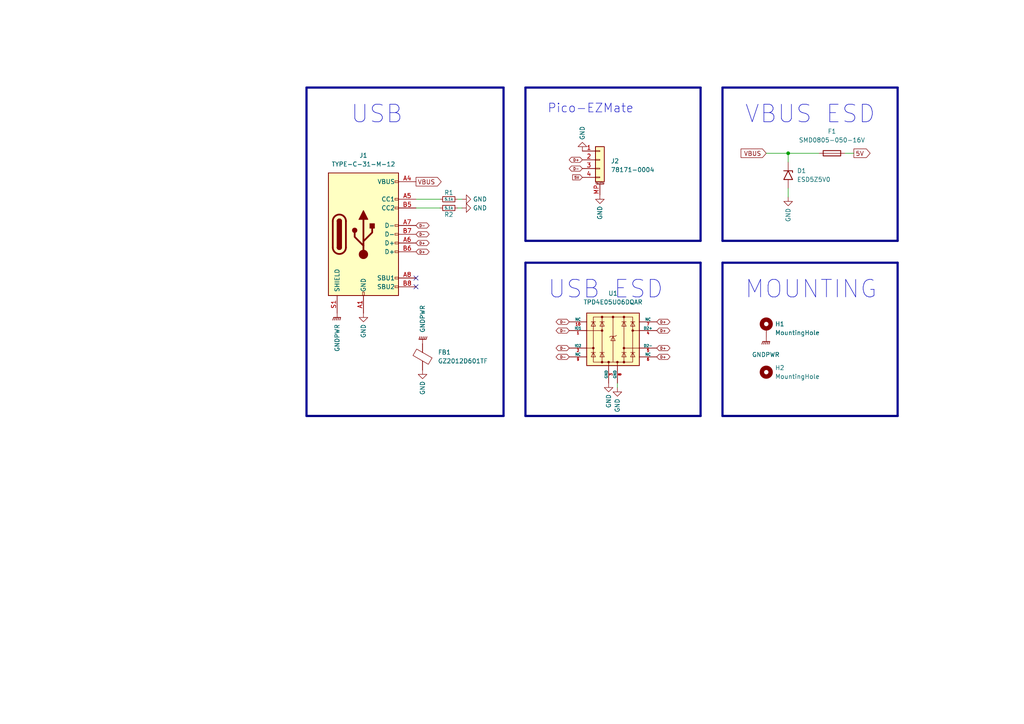
<source format=kicad_sch>
(kicad_sch (version 20230121) (generator eeschema)
  (paper "A4")
  (title_block (title "Unified Daughterboard UDB-S1") (date "2022-09-16") (rev "V1.0.0"))
  (lib_symbols
    (symbol "Connector:USB_C_Receptacle_USB2.0" (pin_names (offset 1.016))
      (property "Reference" "J" (at -10.16 19.05 0))
      (property "Value" "USB_C_Receptacle_USB2.0" (at 19.05 19.05 0))
      (symbol "USB_C_Receptacle_USB2.0_0_0"
        (rectangle (start -0.254 -17.78) (end 0.254 -16.764))
        (rectangle (start 10.16 -14.986) (end 9.144 -15.494))
        (rectangle (start 10.16 -12.446) (end 9.144 -12.954))
        (rectangle (start 10.16 -4.826) (end 9.144 -5.334))
        (rectangle (start 10.16 -2.286) (end 9.144 -2.794))
        (rectangle (start 10.16 0.254) (end 9.144 -0.254))
        (rectangle (start 10.16 2.794) (end 9.144 2.286))
        (rectangle (start 10.16 7.874) (end 9.144 7.366))
        (rectangle (start 10.16 10.414) (end 9.144 9.906))
        (rectangle (start 10.16 15.494) (end 9.144 14.986))
      )
      (symbol "USB_C_Receptacle_USB2.0_0_1"
        (rectangle (start -10.16 17.78) (end 10.16 -17.78) (stroke (width 0.254)) (fill (type background)))
        (arc (start -8.89 -3.81) (mid -6.985 -5.7067) (end -5.08 -3.81) (stroke (width 0.508)))
        (arc (start -7.62 -3.81) (mid -6.985 -4.4423) (end -6.35 -3.81) (stroke (width 0.254)))
        (arc (start -7.62 -3.81) (mid -6.985 -4.4423) (end -6.35 -3.81) (stroke (width 0.254)) (fill (type outline)))
        (rectangle (start -7.62 -3.81) (end -6.35 3.81) (stroke (width 0.254)) (fill (type outline)))
        (arc (start -6.35 3.81) (mid -6.985 4.4423) (end -7.62 3.81) (stroke (width 0.254)))
        (arc (start -6.35 3.81) (mid -6.985 4.4423) (end -7.62 3.81) (stroke (width 0.254)) (fill (type outline)))
        (arc (start -5.08 3.81) (mid -6.985 5.7067) (end -8.89 3.81) (stroke (width 0.508)))
        (circle (center -2.54 1.143) (radius 0.635) (stroke (width 0.254)) (fill (type outline)))
        (circle (center 0 -5.842) (radius 1.27) (fill (type outline)))
        (polyline (pts (xy -8.89 -3.81) (xy -8.89 3.81)) (stroke (width 0.508)))
        (polyline (pts (xy -5.08 3.81) (xy -5.08 -3.81)) (stroke (width 0.508)))
        (polyline (pts (xy 0 -5.842) (xy 0 4.318)) (stroke (width 0.508)))
        (polyline (pts (xy 0 -3.302) (xy -2.54 -0.762) (xy -2.54 0.508)) (stroke (width 0.508)))
        (polyline (pts (xy 0 -2.032) (xy 2.54 0.508) (xy 2.54 1.778)) (stroke (width 0.508)))
        (polyline (pts (xy -1.27 4.318) (xy 0 6.858) (xy 1.27 4.318) (xy -1.27 4.318)) (stroke (width 0.254)) (fill (type outline)))
        (rectangle (start 1.905 1.778) (end 3.175 3.048) (stroke (width 0.254)) (fill (type outline)))
      )
      (symbol "USB_C_Receptacle_USB2.0_1_1"
        (pin passive line (at 0 -22.86 90) (length 5.08) (name "GND") (number "A1"))
        (pin passive line (at 0 -22.86 90) (length 5.08) hide (name "GND") (number "A12"))
        (pin passive line (at 15.24 15.24 180) (length 5.08) (name "VBUS") (number "A4"))
        (pin bidirectional line (at 15.24 10.16 180) (length 5.08) (name "CC1") (number "A5"))
        (pin bidirectional line (at 15.24 -2.54 180) (length 5.08) (name "D+") (number "A6"))
        (pin bidirectional line (at 15.24 2.54 180) (length 5.08) (name "D-") (number "A7"))
        (pin bidirectional line (at 15.24 -12.7 180) (length 5.08) (name "SBU1") (number "A8"))
        (pin passive line (at 15.24 15.24 180) (length 5.08) hide (name "VBUS") (number "A9"))
        (pin passive line (at 0 -22.86 90) (length 5.08) hide (name "GND") (number "B1"))
        (pin passive line (at 0 -22.86 90) (length 5.08) hide (name "GND") (number "B12"))
        (pin passive line (at 15.24 15.24 180) (length 5.08) hide (name "VBUS") (number "B4"))
        (pin bidirectional line (at 15.24 7.62 180) (length 5.08) (name "CC2") (number "B5"))
        (pin bidirectional line (at 15.24 -5.08 180) (length 5.08) (name "D+") (number "B6"))
        (pin bidirectional line (at 15.24 0 180) (length 5.08) (name "D-") (number "B7"))
        (pin bidirectional line (at 15.24 -15.24 180) (length 5.08) (name "SBU2") (number "B8"))
        (pin passive line (at 15.24 15.24 180) (length 5.08) hide (name "VBUS") (number "B9"))
        (pin passive line (at -7.62 -22.86 90) (length 5.08) (name "SHIELD") (number "S1"))
      )
    )
    (symbol "Connector_Generic_MountingPin:Conn_01x04_MountingPin" (pin_names (offset 1.016) hide)
      (property "Reference" "J" (at 0 5.08 0))
      (property "Value" "Conn_01x04_MountingPin" (at 1.27 -7.62 0))
      (symbol "Conn_01x04_MountingPin_1_1"
        (rectangle (start -1.27 -4.953) (end 0 -5.207) (stroke (width 0.1524)))
        (rectangle (start -1.27 -2.413) (end 0 -2.667) (stroke (width 0.1524)))
        (rectangle (start -1.27 0.127) (end 0 -0.127) (stroke (width 0.1524)))
        (rectangle (start -1.27 2.667) (end 0 2.413) (stroke (width 0.1524)))
        (rectangle (start -1.27 3.81) (end 1.27 -6.35) (stroke (width 0.254)) (fill (type background)))
        (polyline (pts (xy -1.016 -7.112) (xy 1.016 -7.112)) (stroke (width 0.1524)))
        (text "Mounting" (at 0 -6.731 0) (effects (font (size 0.381 0.381))))
        (pin passive line (at -5.08 2.54 0) (length 3.81) (name "Pin_1") (number "1"))
        (pin passive line (at -5.08 0 0) (length 3.81) (name "Pin_2") (number "2"))
        (pin passive line (at -5.08 -2.54 0) (length 3.81) (name "Pin_3") (number "3"))
        (pin passive line (at -5.08 -5.08 0) (length 3.81) (name "Pin_4") (number "4"))
        (pin passive line (at 0 -10.16 90) (length 3.048) (name "MountPin") (number "MP"))
      )
    )
    (symbol "Device:FerriteBead" (pin_numbers hide) (pin_names (offset 0))
      (property "Reference" "FB" (at -3.81 0.635 90))
      (property "Value" "FerriteBead" (at 3.81 0 90))
      (symbol "FerriteBead_0_1"
        (polyline (pts (xy 0 -1.27) (xy 0 -1.2192)))
        (polyline (pts (xy 0 1.27) (xy 0 1.2954)))
        (polyline (pts (xy -2.7686 0.4064) (xy -1.7018 2.2606) (xy 2.7686 -0.3048) (xy 1.6764 -2.159) (xy -2.7686 0.4064)))
      )
      (symbol "FerriteBead_1_1"
        (pin passive line (at 0 3.81 270) (length 2.54) (name "~") (number "1"))
        (pin passive line (at 0 -3.81 90) (length 2.54) (name "~") (number "2"))
      )
    )
    (symbol "Device:Fuse" (pin_numbers hide) (pin_names (offset 0))
      (property "Reference" "F" (at 2.032 0 90))
      (property "Value" "Fuse" (at -1.905 0 90))
      (symbol "Fuse_0_1"
        (rectangle (start -0.762 -2.54) (end 0.762 2.54) (stroke (width 0.254)))
        (polyline (pts (xy 0 2.54) (xy 0 -2.54)))
      )
      (symbol "Fuse_1_1"
        (pin passive line (at 0 3.81 270) (length 1.27) (name "~") (number "1"))
        (pin passive line (at 0 -3.81 90) (length 1.27) (name "~") (number "2"))
      )
    )
    (symbol "Device:R_Small" (pin_numbers hide) (pin_names (offset 0.254) hide)
      (property "Reference" "R" (at 0.762 0.508 0))
      (property "Value" "R_Small" (at 0.762 -1.016 0))
      (symbol "R_Small_0_1"
        (rectangle (start -0.762 1.778) (end 0.762 -1.778) (stroke (width 0.2032)))
      )
      (symbol "R_Small_1_1"
        (pin passive line (at 0 2.54 270) (length 0.762) (name "~") (number "1"))
        (pin passive line (at 0 -2.54 90) (length 0.762) (name "~") (number "2"))
      )
    )
    (symbol "Diode:SMF6V0A" (pin_numbers hide) (pin_names (offset 1.016) hide)
      (property "Reference" "D" (at 0 2.54 0))
      (property "Value" "SMF6V0A" (at 0 -2.54 0))
      (symbol "SMF6V0A_0_1"
        (polyline (pts (xy -0.762 1.27) (xy -1.27 1.27) (xy -1.27 -1.27)) (stroke (width 0.254)))
        (polyline (pts (xy 1.27 1.27) (xy 1.27 -1.27) (xy -1.27 0) (xy 1.27 1.27)) (stroke (width 0.254)))
      )
      (symbol "SMF6V0A_1_1"
        (pin passive line (at -3.81 0 0) (length 2.54) (name "A1") (number "1"))
        (pin passive line (at 3.81 0 180) (length 2.54) (name "A2") (number "2"))
      )
    )
    (symbol "Mechanical:MountingHole" (pin_names (offset 1.016))
      (property "Reference" "H" (at 0 5.08 0))
      (property "Value" "MountingHole" (at 0 3.175 0))
      (symbol "MountingHole_0_1"
        (circle (center 0 0) (radius 1.27) (stroke (width 1.27)))
      )
    )
    (symbol "Mechanical:MountingHole_Pad" (pin_numbers hide) (pin_names (offset 1.016) hide)
      (property "Reference" "H" (at 0 6.35 0))
      (property "Value" "MountingHole_Pad" (at 0 4.445 0))
      (symbol "MountingHole_Pad_0_1"
        (circle (center 0 1.27) (radius 1.27) (stroke (width 1.27)))
      )
      (symbol "MountingHole_Pad_1_1"
        (pin input line (at 0 -2.54 90) (length 2.54) (name "1") (number "1"))
      )
    )
    (symbol "acheron_Symbols:TPD4E05U06DQAR" (pin_names (offset 0))
      (property "Reference" "U" (at 0 12.7 0))
      (property "Value" "TPD4E05U06DQAR" (at 0 10.16 0))
      (symbol "TPD4E05U06DQAR_0_0"
        (rectangle (start -5.715 6.477) (end 5.715 -6.604))
        (polyline (pts (xy -3.175 -6.604) (xy -3.175 6.477)))
        (polyline (pts (xy 0 6.477) (xy 0 -6.604)))
        (polyline (pts (xy 3.175 6.477) (xy 3.175 -6.604)))
      )
      (symbol "TPD4E05U06DQAR_0_1"
        (rectangle (start -7.62 7.62) (end 7.62 -7.62) (stroke (width 0.254)) (fill (type background)))
        (circle (center -5.715 -2.54) (radius 0.2794) (fill (type outline)))
        (circle (center -3.175 -6.604) (radius 0.2794) (fill (type outline)))
        (circle (center -3.175 2.54) (radius 0.2794) (fill (type outline)))
        (circle (center -3.175 6.477) (radius 0.2794) (fill (type outline)))
        (circle (center -1.27 -6.604) (radius 0.2794) (fill (type outline)))
        (polyline (pts (xy -7.747 2.54) (xy -3.175 2.54)))
        (polyline (pts (xy -7.62 -2.54) (xy -5.715 -2.54)))
        (polyline (pts (xy -5.08 -3.81) (xy -6.35 -3.81)))
        (polyline (pts (xy -5.08 5.08) (xy -6.35 5.08)))
        (polyline (pts (xy -2.54 -3.81) (xy -3.81 -3.81)))
        (polyline (pts (xy -2.54 5.08) (xy -3.81 5.08)))
        (polyline (pts (xy -1.27 -6.604) (xy -1.27 -7.62)))
        (polyline (pts (xy -0.635 0.889) (xy -1.016 0.635)))
        (polyline (pts (xy 0.635 0.889) (xy -0.635 0.889)))
        (polyline (pts (xy 0.635 0.889) (xy 1.016 1.143)))
        (polyline (pts (xy 3.81 -3.81) (xy 2.54 -3.81)))
        (polyline (pts (xy 3.81 5.08) (xy 2.54 5.08)))
        (polyline (pts (xy 6.35 -3.81) (xy 5.08 -3.81)))
        (polyline (pts (xy 6.35 5.08) (xy 5.08 5.08)))
        (polyline (pts (xy 7.62 -2.54) (xy 3.175 -2.54)))
        (polyline (pts (xy 7.62 2.54) (xy 5.715 2.54)))
        (polyline (pts (xy -5.08 -5.08) (xy -6.35 -5.08) (xy -5.715 -3.81) (xy -5.08 -5.08)))
        (polyline (pts (xy -5.08 3.81) (xy -6.35 3.81) (xy -5.715 5.08) (xy -5.08 3.81)))
        (polyline (pts (xy -2.54 -5.08) (xy -3.81 -5.08) (xy -3.175 -3.81) (xy -2.54 -5.08)))
        (polyline (pts (xy -2.54 3.81) (xy -3.81 3.81) (xy -3.175 5.08) (xy -2.54 3.81)))
        (polyline (pts (xy 0.635 -0.381) (xy -0.635 -0.381) (xy 0 0.889) (xy 0.635 -0.381)))
        (polyline (pts (xy 3.81 -5.08) (xy 2.54 -5.08) (xy 3.175 -3.81) (xy 3.81 -5.08)))
        (polyline (pts (xy 3.81 3.81) (xy 2.54 3.81) (xy 3.175 5.08) (xy 3.81 3.81)))
        (polyline (pts (xy 6.35 -5.08) (xy 5.08 -5.08) (xy 5.715 -3.81) (xy 6.35 -5.08)))
        (polyline (pts (xy 6.35 3.81) (xy 5.08 3.81) (xy 5.715 5.08) (xy 6.35 3.81)))
        (circle (center 0 6.477) (radius 0.2794) (fill (type outline)))
        (circle (center 3.175 -6.604) (radius 0.2794) (fill (type outline)))
        (circle (center 3.175 -2.54) (radius 0.2794) (fill (type outline)))
        (circle (center 3.175 6.477) (radius 0.2794) (fill (type outline)))
        (circle (center 5.715 2.54) (radius 0.2794) (fill (type outline)))
      )
      (symbol "TPD4E05U06DQAR_1_1"
        (polyline (pts (xy 1.27 -6.604) (xy 1.27 -7.62)))
        (circle (center 1.27 -6.604) (radius 0.2794) (fill (type outline)))
        (pin bidirectional line (at -12.7 2.54 0) (length 5.08) (name "IO1") (number "1"))
        (pin bidirectional line (at -12.7 5.08 0) (length 5.08) (name "NC") (number "10"))
        (pin bidirectional line (at -12.7 -2.54 0) (length 5.08) (name "IO2") (number "2"))
        (pin power_in line (at -1.27 -12.7 90) (length 5.08) (name "GND") (number "3"))
        (pin bidirectional line (at 12.7 2.54 180) (length 5.08) (name "D2+") (number "4"))
        (pin bidirectional line (at 12.7 -2.54 180) (length 5.08) (name "D2-") (number "5"))
        (pin bidirectional line (at 12.7 -5.08 180) (length 5.08) (name "NC") (number "6"))
        (pin bidirectional line (at 12.7 5.08 180) (length 5.08) (name "NC") (number "7"))
        (pin power_in line (at 1.27 -12.7 90) (length 5.08) (name "GND") (number "8"))
        (pin bidirectional line (at -12.7 -5.08 0) (length 5.08) (name "NC") (number "9"))
      )
    )
    (symbol "power:GND" (power) (pin_names (offset 0))
      (property "Value" "GND" (at 0 -3.81 0))
      (symbol "GND_0_1"
        (polyline (pts (xy 0 0) (xy 0 -1.27) (xy 1.27 -1.27) (xy 0 -2.54) (xy -1.27 -1.27) (xy 0 -1.27)))
      )
      (symbol "GND_1_1"
        (pin power_in line (at 0 0 270) (length 0) hide (name "GND") (number "1"))
      )
    )
    (symbol "power:GNDPWR" (power) (pin_names (offset 0))
      (property "Value" "GNDPWR" (at 0 -3.302 0))
      (symbol "GNDPWR_0_1"
        (polyline (pts (xy 0 -1.27) (xy 0 0)))
        (polyline (pts (xy -1.016 -1.27) (xy -1.27 -2.032) (xy -1.27 -2.032)) (stroke (width 0.2032)))
        (polyline (pts (xy -0.508 -1.27) (xy -0.762 -2.032) (xy -0.762 -2.032)) (stroke (width 0.2032)))
        (polyline (pts (xy 0 -1.27) (xy -0.254 -2.032) (xy -0.254 -2.032)) (stroke (width 0.2032)))
        (polyline (pts (xy 0.508 -1.27) (xy 0.254 -2.032) (xy 0.254 -2.032)) (stroke (width 0.2032)))
        (polyline (pts (xy 1.016 -1.27) (xy -1.016 -1.27) (xy -1.016 -1.27)) (stroke (width 0.2032)))
        (polyline (pts (xy 1.016 -1.27) (xy 0.762 -2.032) (xy 0.762 -2.032) (xy 0.762 -2.032)) (stroke (width 0.2032)))
      )
      (symbol "GNDPWR_1_1"
        (pin power_in line (at 0 0 270) (length 0) hide (name "GNDPWR") (number "1"))
      )
    )
  )
  (junction (at 228.6 44.45))
  (no_connect (at 120.65 83.185))
  (no_connect (at 120.65 80.645))
  (wire (pts (xy 179.07 111.125) (xy 179.07 112.395)))
  (bus (pts (xy 146.05 25.4) (xy 146.05 120.65)) (stroke (width 0.635)))
  (bus (pts (xy 260.35 69.85) (xy 209.55 69.85)) (stroke (width 0.635)))
  (bus (pts (xy 88.9 120.65) (xy 146.05 120.65)) (stroke (width 0.635)))
  (wire (pts (xy 228.6 57.15) (xy 228.6 54.61)))
  (bus (pts (xy 209.55 76.2) (xy 209.55 120.65)) (stroke (width 0.635)))
  (bus (pts (xy 203.2 25.4) (xy 203.2 69.85)) (stroke (width 0.635)))
  (bus (pts (xy 209.55 25.4) (xy 209.55 69.85)) (stroke (width 0.635)))
  (bus (pts (xy 209.55 25.4) (xy 260.35 25.4)) (stroke (width 0.635)))
  (wire (pts (xy 120.65 57.785) (xy 127.635 57.785)))
  (wire (pts (xy 120.65 60.325) (xy 127.635 60.325)))
  (wire (pts (xy 228.6 44.45) (xy 237.49 44.45)))
  (bus (pts (xy 152.4 76.2) (xy 152.4 120.65)) (stroke (width 0.635)))
  (wire (pts (xy 228.6 46.99) (xy 228.6 44.45)))
  (bus (pts (xy 152.4 25.4) (xy 203.2 25.4)) (stroke (width 0.635)))
  (wire (pts (xy 222.25 44.45) (xy 228.6 44.45)))
  (bus (pts (xy 209.55 76.2) (xy 260.35 76.2)) (stroke (width 0.635)))
  (bus (pts (xy 88.9 25.4) (xy 146.05 25.4)) (stroke (width 0.635)))
  (bus (pts (xy 203.2 120.65) (xy 152.4 120.65)) (stroke (width 0.635)))
  (bus (pts (xy 260.35 120.65) (xy 209.55 120.65)) (stroke (width 0.635)))
  (wire (pts (xy 245.11 44.45) (xy 247.65 44.45)))
  (bus (pts (xy 260.35 25.4) (xy 260.35 69.85)) (stroke (width 0.635)))
  (wire (pts (xy 132.715 60.325) (xy 133.985 60.325)))
  (bus (pts (xy 88.9 25.4) (xy 88.9 120.65)) (stroke (width 0.635)))
  (bus (pts (xy 203.2 69.85) (xy 152.4 69.85)) (stroke (width 0.635)))
  (wire (pts (xy 132.715 57.785) (xy 133.985 57.785)))
  (bus (pts (xy 152.4 25.4) (xy 152.4 69.85)) (stroke (width 0.635)))
  (bus (pts (xy 260.35 76.2) (xy 260.35 120.65)) (stroke (width 0.635)))
  (bus (pts (xy 203.2 76.2) (xy 203.2 120.65)) (stroke (width 0.635)))
  (bus (pts (xy 152.4 76.2) (xy 203.2 76.2)) (stroke (width 0.635)))
  (text "USB ESD" (at 158.75 86.995 0) (effects (font (size 5.08 5.08)) (justify left bottom)))
  (text "VBUS ESD" (at 215.9 36.195 0) (effects (font (size 5.08 5.08)) (justify left bottom)))
  (text "USB" (at 101.6 36.195 0) (effects (font (size 5.08 5.08)) (justify left bottom)))
  (text "MOUNTING" (at 215.9 86.995 0) (effects (font (size 5.08 5.08)) (justify left bottom)))
  (text "Pico-EZMate" (at 158.75 33.02 0) (effects (font (size 2.54 2.54)) (justify left bottom)))
  (global_label "VBUS" (shape output) (at 120.65 52.705 0) (property "Intersheetrefs" "${INTERSHEET_REFS}" (effects hide)))
  (global_label "D+" (shape bidirectional) (at 190.5 95.885 0) (effects (font (size 0.762 0.762))) (property "Intersheetrefs" "${INTERSHEET_REFS}" (effects hide)))
  (global_label "D-" (shape bidirectional) (at 165.1 100.965 180) (effects (font (size 0.762 0.762))) (property "Intersheetrefs" "${INTERSHEET_REFS}" (effects hide)))
  (global_label "D-" (shape bidirectional) (at 165.1 95.885 180) (effects (font (size 0.762 0.762))) (property "Intersheetrefs" "${INTERSHEET_REFS}" (effects hide)))
  (global_label "VBUS" (shape input) (at 222.25 44.45 180) (property "Intersheetrefs" "${INTERSHEET_REFS}" (effects hide)))
  (global_label "D+" (shape bidirectional) (at 168.91 46.355 180) (effects (font (size 0.762 0.762))) (property "Intersheetrefs" "${INTERSHEET_REFS}" (effects hide)))
  (global_label "D-" (shape bidirectional) (at 120.65 67.945 0) (effects (font (size 0.762 0.762))) (property "Intersheetrefs" "${INTERSHEET_REFS}" (effects hide)))
  (global_label "D+" (shape bidirectional) (at 190.5 103.505 0) (effects (font (size 0.762 0.762))) (property "Intersheetrefs" "${INTERSHEET_REFS}" (effects hide)))
  (global_label "5V" (shape output) (at 247.65 44.45 0) (property "Intersheetrefs" "${INTERSHEET_REFS}" (effects hide)))
  (global_label "5V" (shape input) (at 168.91 51.435 180) (effects (font (size 0.762 0.762))) (property "Intersheetrefs" "${INTERSHEET_REFS}" (effects hide)))
  (global_label "D-" (shape bidirectional) (at 120.65 65.405 0) (effects (font (size 0.762 0.762))) (property "Intersheetrefs" "${INTERSHEET_REFS}" (effects hide)))
  (global_label "D+" (shape bidirectional) (at 120.65 70.485 0) (effects (font (size 0.762 0.762))) (property "Intersheetrefs" "${INTERSHEET_REFS}" (effects hide)))
  (global_label "D-" (shape bidirectional) (at 168.91 48.895 180) (effects (font (size 0.762 0.762))) (property "Intersheetrefs" "${INTERSHEET_REFS}" (effects hide)))
  (global_label "D+" (shape bidirectional) (at 120.65 73.025 0) (effects (font (size 0.762 0.762))) (property "Intersheetrefs" "${INTERSHEET_REFS}" (effects hide)))
  (global_label "D+" (shape bidirectional) (at 190.5 93.345 0) (effects (font (size 0.762 0.762))) (property "Intersheetrefs" "${INTERSHEET_REFS}" (effects hide)))
  (global_label "D-" (shape bidirectional) (at 165.1 103.505 180) (effects (font (size 0.762 0.762))) (property "Intersheetrefs" "${INTERSHEET_REFS}" (effects hide)))
  (global_label "D+" (shape bidirectional) (at 190.5 100.965 0) (effects (font (size 0.762 0.762))) (property "Intersheetrefs" "${INTERSHEET_REFS}" (effects hide)))
  (global_label "D-" (shape bidirectional) (at 165.1 93.345 180) (effects (font (size 0.762 0.762))) (property "Intersheetrefs" "${INTERSHEET_REFS}" (effects hide)))
  (symbol (lib_id "Device:Fuse") (at 241.3 44.45 90) (unit 1)
    (property "Reference" "F1" (at 241.3 38.1 90))
    (property "Value" "SMD0805-050-16V" (at 241.3 40.64 90))
    (property "Footprint" "Fuse:Fuse_1206_3216Metric" (effects hide))
    (property "Manufacturer" "TECHFUSE" (effects hide))
    (property "Manufacturer Part Number" "SMD0805-050-16V" (effects hide))
    (property "LCSC Part Number" "C2833485" (effects hide))
    (property "Package" "F0805" (effects hide))
  )
  (symbol (lib_id "power:GND") (at 133.985 57.785 90) (unit 1)
    (property "Reference" "#PWR02" (effects hide))
    (property "Value" "GND" (at 137.16 57.785 90) (effects (justify right)))
  )
  (symbol (lib_id "Mechanical:MountingHole") (at 222.25 107.95 0) (unit 1) (in_bom no)
    (property "Reference" "H2" (at 224.79 106.6799 0) (effects (justify left)))
    (property "Value" "MountingHole" (at 224.79 109.2199 0) (effects (justify left)))
    (property "Footprint" "MountingHole:MountingHole_3.2mm_M3_DIN965_Pad_TopOnly" (effects hide))
  )
  (symbol (lib_id "Mechanical:MountingHole_Pad") (at 222.25 95.25 0) (unit 1) (in_bom no)
    (property "Reference" "H1" (at 224.79 93.9799 0) (effects (justify left)))
    (property "Value" "MountingHole" (at 224.79 96.5199 0) (effects (justify left)))
    (property "Footprint" "MountingHole:MountingHole_3.2mm_M3_DIN965_Pad_TopBottom" (effects hide))
  )
  (symbol (lib_id "power:GND") (at 168.91 43.815 180) (unit 1)
    (property "Reference" "#PWR04" (effects hide))
    (property "Value" "GND" (at 168.91 40.64 90) (effects (justify right)))
  )
  (symbol (lib_id "Device:FerriteBead") (at 122.555 103.505 0) (unit 1)
    (property "Reference" "FB1" (at 127 102.1841 0) (effects (justify left)))
    (property "Value" "GZ2012D601TF" (at 127 104.7241 0) (effects (justify left)))
    (property "Footprint" "Inductor_SMD:L_0805_2012Metric" (effects hide))
    (property "Manufacturer" "Sunlord" (effects hide))
    (property "Manufacturer Part Number" "GZ2012D601TF" (effects hide))
    (property "LCSC Part Number" "C1017" (effects hide))
    (property "Package" "F0805" (effects hide))
  )
  (symbol (lib_id "power:GNDPWR") (at 97.79 90.805 0) (unit 1)
    (property "Reference" "#PWR09" (effects hide))
    (property "Value" "GNDPWR" (at 97.79 93.98 90) (effects (justify right)))
  )
  (symbol (lib_id "power:GND") (at 176.53 111.125 0) (unit 1)
    (property "Reference" "#PWR07" (effects hide))
    (property "Value" "GND" (at 176.53 114.3 90) (effects (justify right)))
  )
  (symbol (lib_id "Connector:USB_C_Receptacle_USB2.0") (at 105.41 67.945 0) (unit 1)
    (property "Reference" "J1" (at 105.41 45.085 0))
    (property "Value" "TYPE-C-31-M-12" (at 105.41 47.625 0))
    (property "Footprint" "locallib:HRO-TYPE-C-31-M-12-Assembly" (effects hide))
    (property "Datasheet" "https://www.usb.org/sites/default/files/documents/usb_type-c.zip" (effects hide))
    (property "Manufacturer" "Koren Hroparts" (effects hide))
    (property "Manufacturer Part Number" "TYPE-C-31-M-12" (effects hide))
    (property "LCSC Part Number" "C165948" (effects hide))
  )
  (symbol (lib_id "acheron_Symbols:TPD4E05U06DQAR") (at 177.8 98.425 0) (unit 1)
    (property "Reference" "U1" (at 177.8 85.09 0))
    (property "Value" "TPD4E05U06DQAR" (at 177.8 87.63 0))
    (property "Footprint" "acheron_Components:USON-10_2.5x1.0mm_P0.5mm" (effects hide))
    (property "Manufacturer" "MSKSEMI" (effects hide))
    (property "Package" "uSON-10" (effects hide))
    (property "Manufacturer Part Number" "TPD4E05U06DQAR" (effects hide))
    (property "LCSC Part Number" "C2836386" (effects hide))
  )
  (symbol (lib_id "power:GNDPWR") (at 122.555 99.695 180) (unit 1)
    (property "Reference" "#PWR011" (effects hide))
    (property "Value" "GNDPWR" (at 122.555 96.52 90) (effects (justify right)))
  )
  (symbol (lib_id "power:GND") (at 133.985 60.325 90) (unit 1)
    (property "Reference" "#PWR03" (effects hide))
    (property "Value" "GND" (at 137.16 60.325 90) (effects (justify right)))
  )
  (symbol (lib_id "Connector_Generic_MountingPin:Conn_01x04_MountingPin") (at 173.99 46.355 0) (unit 1)
    (property "Reference" "J2" (at 177.165 46.7105 0) (effects (justify left)))
    (property "Value" "78171-0004" (at 177.165 49.2505 0) (effects (justify left)))
    (property "Footprint" "locallib:PicoEZMate-Reinforced-Lite" (effects hide))
    (property "Manufacturer" "MOLEX" (effects hide))
    (property "Manufacturer Part Number" "78171-0004" (effects hide))
    (property "LCSC Part Number" "C588524" (effects hide))
  )
  (symbol (lib_id "power:GND") (at 105.41 90.805 0) (unit 1)
    (property "Reference" "#PWR010" (effects hide))
    (property "Value" "GND" (at 105.41 93.98 90) (effects (justify right)))
  )
  (symbol (lib_id "power:GND") (at 179.07 112.395 0) (unit 1)
    (property "Reference" "#PWR08" (effects hide))
    (property "Value" "GND" (at 179.07 115.57 90) (effects (justify right)))
  )
  (symbol (lib_id "Diode:SMF6V0A") (at 228.6 50.8 270) (unit 1)
    (property "Reference" "D1" (at 231.14 49.5299 90) (effects (justify left)))
    (property "Value" "ESD5Z5V0" (at 231.14 52.0699 90) (effects (justify left)))
    (property "Footprint" "Diode_SMD:D_SOD-523" (effects hide))
    (property "Datasheet" "https://www.vishay.com/doc?85881" (effects hide))
    (property "Manufacturer" "MDD" (effects hide))
    (property "Manufacturer Part Number" "ESD5Z5V0" (effects hide))
    (property "LCSC Part Number" "C502546" (effects hide))
    (property "Package" "SOD-523" (effects hide))
  )
  (symbol (lib_id "power:GND") (at 173.99 56.515 0) (unit 1)
    (property "Reference" "#PWR06" (effects hide))
    (property "Value" "GND" (at 173.99 59.69 90) (effects (justify right)))
  )
  (symbol (lib_id "power:GNDPWR") (at 222.25 97.79 0) (unit 1)
    (property "Reference" "#PWR01" (effects hide))
    (property "Value" "GNDPWR" (at 222.123 102.87 0))
  )
  (symbol (lib_id "Device:R_Small") (at 130.175 57.785 270) (unit 1)
    (property "Reference" "R1" (at 130.175 55.88 90))
    (property "Value" "5.1k" (at 130.175 57.785 90) (effects (font (size 0.762 0.762))))
    (property "Footprint" "Resistor_SMD:R_0402_1005Metric" (effects hide))
  )
  (symbol (lib_id "power:GND") (at 228.6 57.15 0) (unit 1)
    (property "Reference" "#PWR05" (effects hide))
    (property "Value" "GND" (at 228.6 60.325 90) (effects (justify right)))
  )
  (symbol (lib_id "power:GND") (at 122.555 107.315 0) (unit 1)
    (property "Reference" "#PWR012" (effects hide))
    (property "Value" "GND" (at 122.555 110.49 90) (effects (justify right)))
  )
  (symbol (lib_id "Device:R_Small") (at 130.175 60.325 90) (unit 1)
    (property "Reference" "R2" (at 130.175 62.23 90))
    (property "Value" "5.1k" (at 130.175 60.325 90) (effects (font (size 0.762 0.762))))
    (property "Footprint" "Resistor_SMD:R_0402_1005Metric" (effects hide))
  )
)
</source>
